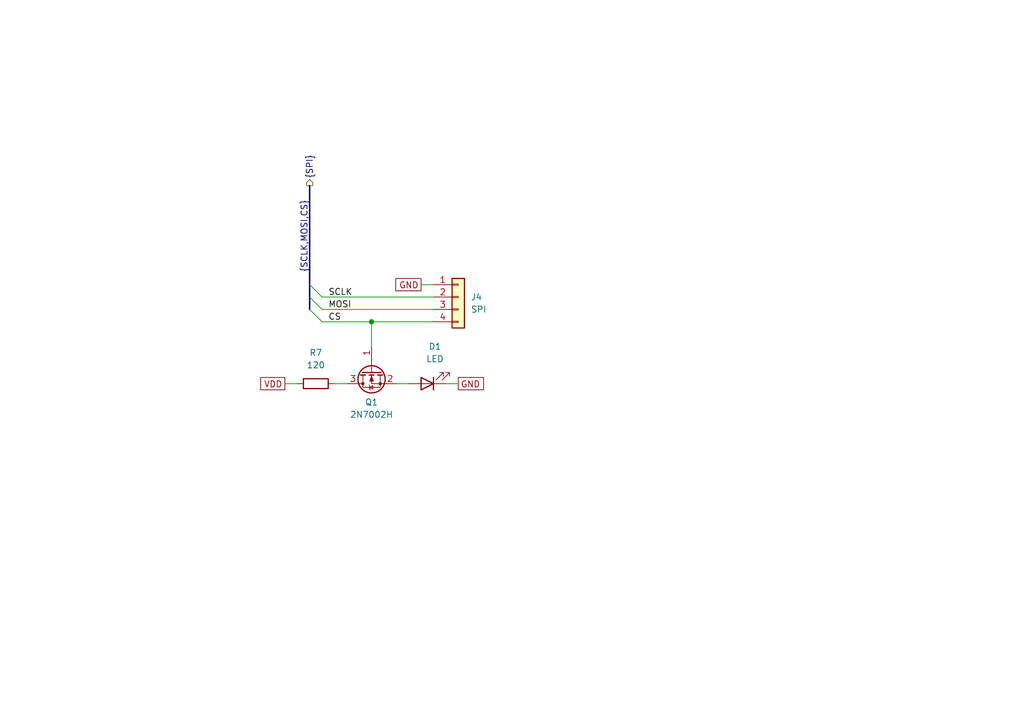
<source format=kicad_sch>
(kicad_sch (version 20231120) (generator "eeschema") (generator_version "8.0")
  (paper "A5")
  (title_block (title "SPI data input") (date "2024-03-23") (rev "1"))
  (lib_symbols
    (symbol "Connector_Generic:Conn_01x04" (pin_names (offset 1.016) hide)
      (property "Reference" "J" (at 0 5.08 0))
      (property "Value" "Conn_01x04" (at 0 -7.62 0))
      (symbol "Conn_01x04_1_1"
        (rectangle (start -1.27 -4.953) (end 0 -5.207) (stroke (width 0.1524)))
        (rectangle (start -1.27 -2.413) (end 0 -2.667) (stroke (width 0.1524)))
        (rectangle (start -1.27 0.127) (end 0 -0.127) (stroke (width 0.1524)))
        (rectangle (start -1.27 2.667) (end 0 2.413) (stroke (width 0.1524)))
        (rectangle (start -1.27 3.81) (end 1.27 -6.35) (stroke (width 0.254)) (fill (type background)))
        (pin passive line (at -5.08 2.54 0) (length 3.81) (name "Pin_1") (number "1"))
        (pin passive line (at -5.08 0 0) (length 3.81) (name "Pin_2") (number "2"))
        (pin passive line (at -5.08 -2.54 0) (length 3.81) (name "Pin_3") (number "3"))
        (pin passive line (at -5.08 -5.08 0) (length 3.81) (name "Pin_4") (number "4"))
      )
    )
    (symbol "Device:LED" (pin_numbers hide) (pin_names (offset 1.016) hide)
      (property "Reference" "D" (at 0 2.54 0))
      (property "Value" "LED" (at 0 -2.54 0))
      (symbol "LED_0_1"
        (polyline (pts (xy -1.27 -1.27) (xy -1.27 1.27)) (stroke (width 0.254)))
        (polyline (pts (xy -1.27 0) (xy 1.27 0)))
        (polyline (pts (xy 1.27 -1.27) (xy 1.27 1.27) (xy -1.27 0) (xy 1.27 -1.27)) (stroke (width 0.254)))
        (polyline (pts (xy -3.048 -0.762) (xy -4.572 -2.286) (xy -3.81 -2.286) (xy -4.572 -2.286) (xy -4.572 -1.524)))
        (polyline (pts (xy -1.778 -0.762) (xy -3.302 -2.286) (xy -2.54 -2.286) (xy -3.302 -2.286) (xy -3.302 -1.524)))
      )
      (symbol "LED_1_1"
        (pin passive line (at -3.81 0 0) (length 2.54) (name "K") (number "1"))
        (pin passive line (at 3.81 0 180) (length 2.54) (name "A") (number "2"))
      )
    )
    (symbol "Device:R" (pin_numbers hide) (pin_names (offset 0))
      (property "Reference" "R" (at 2.032 0 90))
      (property "Value" "R" (at 0 0 90))
      (symbol "R_0_1"
        (rectangle (start -1.016 -2.54) (end 1.016 2.54) (stroke (width 0.254)))
      )
      (symbol "R_1_1"
        (pin passive line (at 0 3.81 270) (length 1.27) (name "~") (number "1"))
        (pin passive line (at 0 -3.81 90) (length 1.27) (name "~") (number "2"))
      )
    )
    (symbol "Transistor_FET:2N7002H" (pin_names hide)
      (property "Reference" "Q" (at 5.08 1.905 0))
      (property "Value" "2N7002H" (at 5.08 0 0))
      (symbol "2N7002H_0_1"
        (polyline (pts (xy 0.254 0) (xy -2.54 0)))
        (polyline (pts (xy 0.254 1.905) (xy 0.254 -1.905)) (stroke (width 0.254)))
        (polyline (pts (xy 0.762 -1.27) (xy 0.762 -2.286)) (stroke (width 0.254)))
        (polyline (pts (xy 0.762 0.508) (xy 0.762 -0.508)) (stroke (width 0.254)))
        (polyline (pts (xy 0.762 2.286) (xy 0.762 1.27)) (stroke (width 0.254)))
        (polyline (pts (xy 2.54 2.54) (xy 2.54 1.778)))
        (polyline (pts (xy 2.54 -2.54) (xy 2.54 0) (xy 0.762 0)))
        (polyline (pts (xy 0.762 -1.778) (xy 3.302 -1.778) (xy 3.302 1.778) (xy 0.762 1.778)))
        (polyline (pts (xy 1.016 0) (xy 2.032 0.381) (xy 2.032 -0.381) (xy 1.016 0)) (fill (type outline)))
        (polyline (pts (xy 2.794 0.508) (xy 2.921 0.381) (xy 3.683 0.381) (xy 3.81 0.254)))
        (polyline (pts (xy 3.302 0.381) (xy 2.921 -0.254) (xy 3.683 -0.254) (xy 3.302 0.381)))
        (circle (center 1.651 0) (radius 2.794) (stroke (width 0.254)))
        (circle (center 2.54 -1.778) (radius 0.254) (fill (type outline)))
        (circle (center 2.54 1.778) (radius 0.254) (fill (type outline)))
      )
      (symbol "2N7002H_1_1"
        (pin input line (at -5.08 0 0) (length 2.54) (name "G") (number "1"))
        (pin passive line (at 2.54 -5.08 90) (length 2.54) (name "S") (number "2"))
        (pin passive line (at 2.54 5.08 270) (length 2.54) (name "D") (number "3"))
      )
    )
  )
  (junction (at 76.2 66.04))
  (bus_entry (at 63.5 60.96) (size 2.54 2.54))
  (bus_entry (at 63.5 63.5) (size 2.54 2.54))
  (bus_entry (at 63.5 58.42) (size 2.54 2.54))
  (wire (pts (xy 58.42 78.74) (xy 60.96 78.74)))
  (wire (pts (xy 76.2 66.04) (xy 76.2 71.12)))
  (bus (pts (xy 63.5 38.1) (xy 63.5 58.42)))
  (wire (pts (xy 91.44 78.74) (xy 93.98 78.74)))
  (wire (pts (xy 76.2 66.04) (xy 88.9 66.04)))
  (bus (pts (xy 63.5 60.96) (xy 63.5 63.5)))
  (wire (pts (xy 81.28 78.74) (xy 83.82 78.74)))
  (bus (pts (xy 63.5 58.42) (xy 63.5 60.96)))
  (wire (pts (xy 66.04 60.96) (xy 88.9 60.96)))
  (wire (pts (xy 68.58 78.74) (xy 71.12 78.74)))
  (wire (pts (xy 86.36 58.42) (xy 88.9 58.42)))
  (wire (pts (xy 66.04 63.5) (xy 88.9 63.5)))
  (wire (pts (xy 66.04 66.04) (xy 76.2 66.04)))
  (label "SCLK" (at 67.31 60.96 0))
  (label "MOSI" (at 67.31 63.5 0))
  (label "CS" (at 67.31 66.04 0))
  (label "{SCLK,MOSI,CS}" (at 63.5 55.88 90))
  (global_label "GND" (shape passive) (at 93.98 78.74 0) (property "Intersheetrefs" "${INTERSHEET_REFS}" (effects (hide yes))))
  (global_label "GND" (shape passive) (at 86.36 58.42 180) (property "Intersheetrefs" "${INTERSHEET_REFS}" (effects (hide yes))))
  (global_label "VDD" (shape passive) (at 58.42 78.74 180) (property "Intersheetrefs" "${INTERSHEET_REFS}" (effects (hide yes))))
  (hierarchical_label "{SPI}" (shape output) (at 63.5 38.1 90))
  (symbol (lib_id "Connector_Generic:Conn_01x04") (at 93.98 60.96 0) (unit 1)
    (property "Reference" "J4" (at 96.52 60.96 0) (effects (justify left)))
    (property "Value" "SPI" (at 96.52 63.5 0) (effects (justify left)))
    (property "Footprint" "Connector_PinSocket_2.54mm:PinSocket_1x04_P2.54mm_Horizontal" (effects (hide yes)))
  )
  (symbol (lib_id "Device:R") (at 64.77 78.74 270) (unit 1)
    (property "Reference" "R7" (at 64.77 72.39 90))
    (property "Value" "120" (at 64.77 74.93 90))
    (property "Footprint" "Resistor_SMD:R_0805_2012Metric_Pad1.20x1.40mm_HandSolder" (effects (hide yes)))
  )
  (symbol (lib_id "Device:LED") (at 87.63 78.74 180) (unit 1)
    (property "Reference" "D1" (at 89.2175 71.12 0))
    (property "Value" "LED" (at 89.2175 73.66 0))
    (property "Footprint" "LED_SMD:LED_1206_3216Metric_Pad1.42x1.75mm_HandSolder" (effects (hide yes)))
  )
  (symbol (lib_id "Transistor_FET:2N7002H") (at 76.2 76.2 90) (mirror x) (unit 1)
    (property "Reference" "Q1" (at 76.2 82.55 90))
    (property "Value" "2N7002H" (at 76.2 85.09 90))
    (property "Footprint" "Package_TO_SOT_SMD:SOT-23" (effects (hide yes)))
    (property "Datasheet" "http://www.diodes.com/assets/Datasheets/2N7002H.pdf" (effects (hide yes)))
  )
)
</source>
